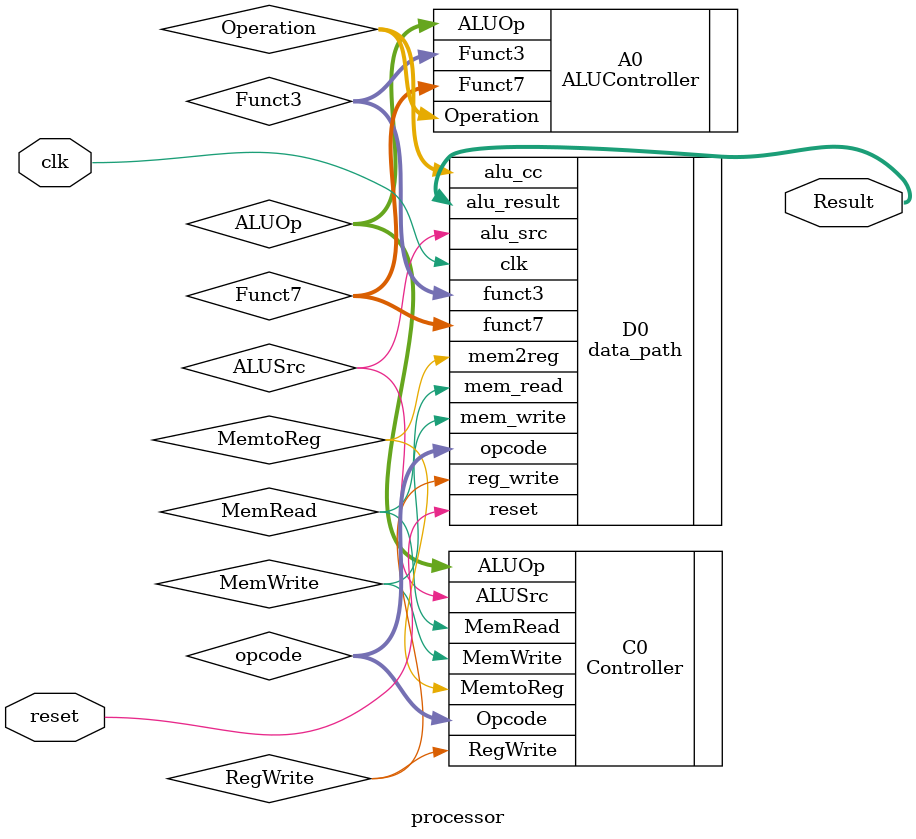
<source format=v>
`timescale 1 ns / 1 ps
module processor(
    input clk, reset,
    output [31:0] Result
);
    wire [6:0] opcode, Funct7;
    wire MemtoReg;
    wire MemWrite;
    wire MemRead;
    wire ALUSrc;
    wire RegWrite;
    wire [1:0] ALUOp;
    wire [2:0] Funct3;
    wire [3:0] Operation;

    data_path D0
        (
            .clk(clk),
            .reset(reset),
            .reg_write(RegWrite),
            .mem2reg(MemtoReg),
            .alu_src(ALUSrc),
            .mem_write(MemWrite),
            .mem_read(MemRead),
            .alu_cc(Operation),
            .opcode(opcode),
            .funct7(Funct7),
            .funct3(Funct3),
            .alu_result(Result)
        );

    ALUController A0
        (
            .ALUOp(ALUOp),
            .Funct7(Funct7),
            .Funct3(Funct3),
            .Operation(Operation)
        );

    Controller C0
        (
            .Opcode(opcode), 
            .ALUSrc(ALUSrc), 
            .MemtoReg(MemtoReg), 
            .RegWrite(RegWrite), 
            .MemRead(MemRead), 
            .MemWrite(MemWrite), 
            .ALUOp(ALUOp)
        );

endmodule
</source>
